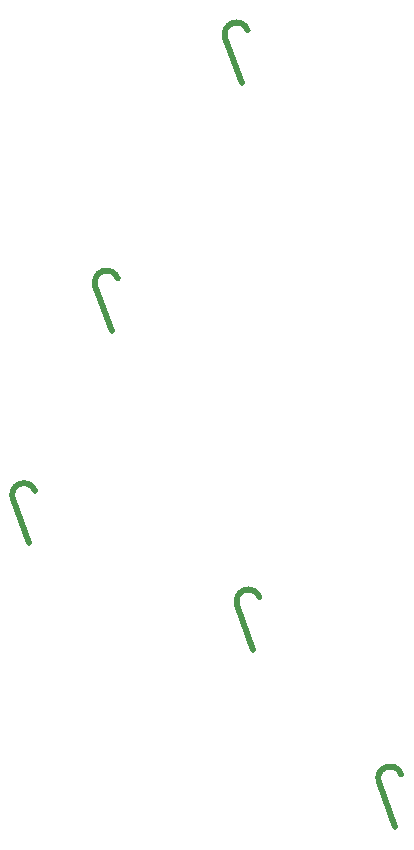
<source format=gbo>
G04 #@! TF.FileFunction,Legend,Bot*
%FSLAX46Y46*%
G04 Gerber Fmt 4.6, Leading zero omitted, Abs format (unit mm)*
G04 Created by KiCad (PCBNEW 4.0.7) date Thursday, December 28, 2017 'PMt' 08:09:31 PM*
%MOMM*%
%LPD*%
G01*
G04 APERTURE LIST*
%ADD10C,0.100000*%
%ADD11C,0.500000*%
G04 APERTURE END LIST*
D10*
D11*
X140705257Y-39492789D02*
X142073338Y-43251559D01*
X140705258Y-39492788D02*
G75*
G02X142584642Y-38808748I939692J342020D01*
G01*
X129705257Y-60492789D02*
X131073338Y-64251559D01*
X129705258Y-60492788D02*
G75*
G02X131584642Y-59808748I939692J342020D01*
G01*
X153705257Y-102492789D02*
X155073338Y-106251559D01*
X153705258Y-102492788D02*
G75*
G02X155584642Y-101808748I939692J342020D01*
G01*
X122705257Y-78492789D02*
X124073338Y-82251559D01*
X122705258Y-78492788D02*
G75*
G02X124584642Y-77808748I939692J342020D01*
G01*
X141705257Y-87492789D02*
X143073338Y-91251559D01*
X141705258Y-87492788D02*
G75*
G02X143584642Y-86808748I939692J342020D01*
G01*
M02*

</source>
